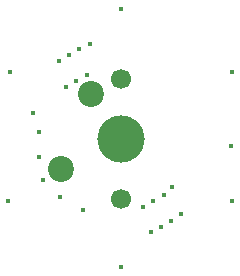
<source format=gbr>
%TF.GenerationSoftware,KiCad,Pcbnew,(6.0.6)*%
%TF.CreationDate,2022-07-10T21:40:21+02:00*%
%TF.ProjectId,GCode_Buttons_Cherry_MX,47436f64-655f-4427-9574-746f6e735f43,rev?*%
%TF.SameCoordinates,Original*%
%TF.FileFunction,Soldermask,Bot*%
%TF.FilePolarity,Negative*%
%FSLAX46Y46*%
G04 Gerber Fmt 4.6, Leading zero omitted, Abs format (unit mm)*
G04 Created by KiCad (PCBNEW (6.0.6)) date 2022-07-10 21:40:21*
%MOMM*%
%LPD*%
G01*
G04 APERTURE LIST*
%ADD10C,1.700000*%
%ADD11C,4.000000*%
%ADD12C,2.200000*%
%ADD13C,0.450000*%
G04 APERTURE END LIST*
D10*
%TO.C,SW1*%
X100000000Y-94920000D03*
X100000000Y-105080000D03*
D11*
X100000000Y-100000000D03*
D12*
X94920000Y-102540000D03*
X97460000Y-96190000D03*
%TD*%
D13*
X103650000Y-104800000D03*
X92550000Y-97800000D03*
X96500000Y-92450000D03*
X109350000Y-100600000D03*
X90650000Y-94350000D03*
X109450000Y-94350000D03*
X100000000Y-110850000D03*
X109450000Y-105300000D03*
X97400000Y-91950000D03*
X100000000Y-89000000D03*
X90500000Y-105300000D03*
X95600000Y-92950000D03*
X102750000Y-105300000D03*
X94850000Y-104950000D03*
X102550000Y-107950000D03*
X93050000Y-99400000D03*
X95400000Y-95600000D03*
X93050000Y-101550000D03*
X94750000Y-93450000D03*
X101900000Y-105800000D03*
X93450000Y-103500000D03*
X103450000Y-107450000D03*
X96250000Y-95100000D03*
X104300000Y-106950000D03*
X96800000Y-106050000D03*
X97150000Y-94600000D03*
X105150000Y-106400000D03*
X104350000Y-104100000D03*
M02*

</source>
